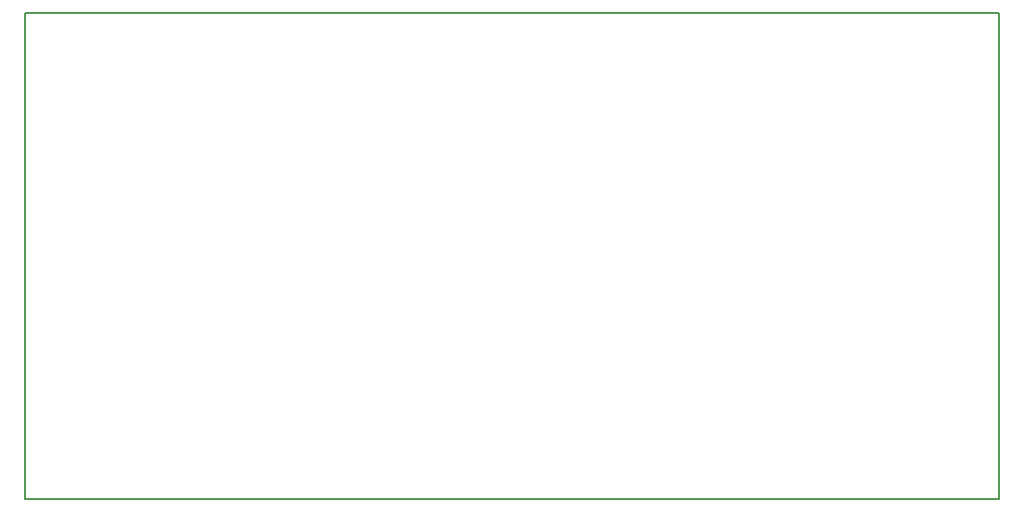
<source format=gm1>
G04 #@! TF.GenerationSoftware,KiCad,Pcbnew,(5.0.0)*
G04 #@! TF.CreationDate,2020-04-20T12:53:27-07:00*
G04 #@! TF.ProjectId,PowerShuffler2,506F77657253687566666C6572322E6B,rev?*
G04 #@! TF.SameCoordinates,Original*
G04 #@! TF.FileFunction,Profile,NP*
%FSLAX46Y46*%
G04 Gerber Fmt 4.6, Leading zero omitted, Abs format (unit mm)*
G04 Created by KiCad (PCBNEW (5.0.0)) date 04/20/20 12:53:27*
%MOMM*%
%LPD*%
G01*
G04 APERTURE LIST*
%ADD10C,0.150000*%
G04 APERTURE END LIST*
D10*
X53848000Y-115824000D02*
X53848000Y-71374000D01*
X142748000Y-115824000D02*
X53848000Y-115824000D01*
X142748000Y-71374000D02*
X142748000Y-115824000D01*
X53848000Y-71374000D02*
X142748000Y-71374000D01*
M02*

</source>
